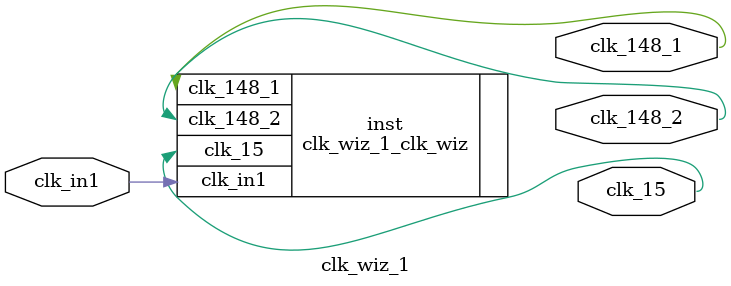
<source format=v>


`timescale 1ps/1ps

(* CORE_GENERATION_INFO = "clk_wiz_1,clk_wiz_v6_0_2_0_0,{component_name=clk_wiz_1,use_phase_alignment=true,use_min_o_jitter=false,use_max_i_jitter=false,use_dyn_phase_shift=false,use_inclk_switchover=false,use_dyn_reconfig=false,enable_axi=0,feedback_source=FDBK_AUTO,PRIMITIVE=MMCM,num_out_clk=3,clkin1_period=10.000,clkin2_period=10.000,use_power_down=false,use_reset=false,use_locked=false,use_inclk_stopped=false,feedback_type=SINGLE,CLOCK_MGR_TYPE=NA,manual_override=false}" *)

module clk_wiz_1 
 (
  // Clock out ports
  output        clk_15,
  output        clk_148_1,
  output        clk_148_2,
 // Clock in ports
  input         clk_in1
 );

  clk_wiz_1_clk_wiz inst
  (
  // Clock out ports  
  .clk_15(clk_15),
  .clk_148_1(clk_148_1),
  .clk_148_2(clk_148_2),
 // Clock in ports
  .clk_in1(clk_in1)
  );

endmodule

</source>
